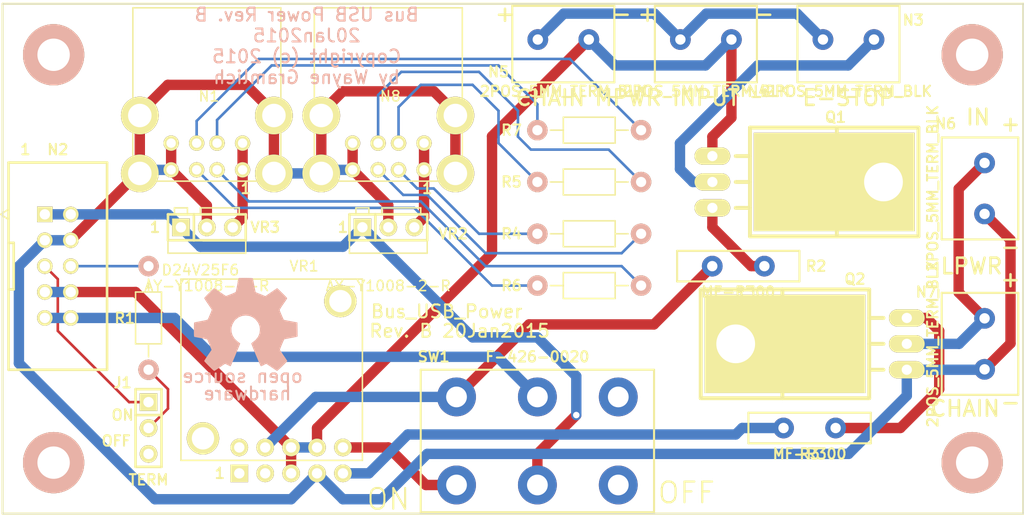
<source format=kicad_pcb>
(kicad_pcb (version 4) (host pcbnew "(2014-jul-16 BZR unknown)-product")

  (general
    (links 58)
    (no_connects 0)
    (area 90.498972 99.5172 200.101601 150.3568)
    (thickness 1.6)
    (drawings 39)
    (tracks 166)
    (zones 0)
    (modules 27)
    (nets 26)
  )

  (page A4)
  (layers
    (0 F.Cu signal)
    (31 B.Cu signal)
    (32 B.Adhes user)
    (33 F.Adhes user)
    (34 B.Paste user)
    (35 F.Paste user)
    (36 B.SilkS user)
    (37 F.SilkS user)
    (38 B.Mask user)
    (39 F.Mask user)
    (40 Dwgs.User user)
    (41 Cmts.User user)
    (42 Eco1.User user)
    (43 Eco2.User user)
    (44 Edge.Cuts user)
  )

  (setup
    (last_trace_width 0.254)
    (user_trace_width 0.254)
    (user_trace_width 1.016)
    (trace_clearance 0.254)
    (zone_clearance 0.508)
    (zone_45_only no)
    (trace_min 0.254)
    (segment_width 0.2032)
    (edge_width 0.1)
    (via_size 0.889)
    (via_drill 0.635)
    (via_min_size 0.889)
    (via_min_drill 0.508)
    (uvia_size 0.508)
    (uvia_drill 0.127)
    (uvias_allowed no)
    (uvia_min_size 0.508)
    (uvia_min_drill 0.127)
    (pcb_text_width 0.3)
    (pcb_text_size 1.5 1.5)
    (mod_edge_width 0.15)
    (mod_text_size 1 1)
    (mod_text_width 0.15)
    (pad_size 6 6)
    (pad_drill 3.175)
    (pad_to_mask_clearance 0)
    (aux_axis_origin 0 0)
    (visible_elements 7FFEFFFF)
    (pcbplotparams
      (layerselection 0x010f0_80000001)
      (usegerberextensions true)
      (excludeedgelayer true)
      (linewidth 0.100000)
      (plotframeref false)
      (viasonmask false)
      (mode 1)
      (useauxorigin false)
      (hpglpennumber 1)
      (hpglpenspeed 20)
      (hpglpendiameter 15)
      (hpglpenoverlay 2)
      (psnegative false)
      (psa4output false)
      (plotreference true)
      (plotvalue false)
      (plotinvisibletext false)
      (padsonsilk false)
      (subtractmaskfromsilk false)
      (outputformat 1)
      (mirror false)
      (drillshape 0)
      (scaleselection 1)
      (outputdirectory ""))
  )

  (net 0 "")
  (net 1 /LPWR1)
  (net 2 /LPWR3)
  (net 3 /LPWR2)
  (net 4 /LPWR4)
  (net 5 /LGND)
  (net 6 "Net-(J1-Pad2)")
  (net 7 "Net-(J1-Pad1)")
  (net 8 "Net-(N2-Pad6)")
  (net 9 /MGND)
  (net 10 /MPWR4)
  (net 11 /MPWR1)
  (net 12 /MPWR2)
  (net 13 /MPWR3)
  (net 14 /MPWR0)
  (net 15 "Net-(N8-Pad2)")
  (net 16 "Net-(N8-Pad3)")
  (net 17 "Net-(N8-Pad6)")
  (net 18 "Net-(N8-Pad7)")
  (net 19 "Net-(N1-Pad2)")
  (net 20 "Net-(N1-Pad3)")
  (net 21 "Net-(N1-Pad6)")
  (net 22 "Net-(N1-Pad7)")
  (net 23 /LPWR5)
  (net 24 /USB2_5V)
  (net 25 /USB1_5V)

  (net_class Default "This is the default net class."
    (clearance 0.254)
    (trace_width 0.254)
    (via_dia 0.889)
    (via_drill 0.635)
    (uvia_dia 0.508)
    (uvia_drill 0.127)
    (add_net "Net-(J1-Pad1)")
    (add_net "Net-(J1-Pad2)")
    (add_net "Net-(N1-Pad2)")
    (add_net "Net-(N1-Pad3)")
    (add_net "Net-(N1-Pad6)")
    (add_net "Net-(N1-Pad7)")
    (add_net "Net-(N2-Pad6)")
    (add_net "Net-(N8-Pad2)")
    (add_net "Net-(N8-Pad3)")
    (add_net "Net-(N8-Pad6)")
    (add_net "Net-(N8-Pad7)")
  )

  (net_class Power ""
    (clearance 0.254)
    (trace_width 1.016)
    (via_dia 0.889)
    (via_drill 0.635)
    (uvia_dia 0.508)
    (uvia_drill 0.127)
    (add_net /LGND)
    (add_net /LPWR1)
    (add_net /LPWR2)
    (add_net /LPWR3)
    (add_net /LPWR4)
    (add_net /LPWR5)
    (add_net /MGND)
    (add_net /MPWR0)
    (add_net /MPWR1)
    (add_net /MPWR2)
    (add_net /MPWR3)
    (add_net /MPWR4)
    (add_net /USB1_5V)
    (add_net /USB2_5V)
  )

  (module Bus_Usb_Power:OSHW_LOGO_400mil (layer B.Cu) (tedit 54B182E1) (tstamp 54B0266F)
    (at 123.825 131.445 180)
    (path /53AA4798)
    (fp_text reference G1 (at -2.6924 -0.2286 180) (layer B.SilkS) hide
      (effects (font (size 0.46228 0.46228) (thickness 0.09144)) (justify mirror))
    )
    (fp_text value OSHW_LOGO (at 0 5.38734 180) (layer B.SilkS) hide
      (effects (font (size 0.46228 0.46228) (thickness 0.09144)) (justify mirror))
    )
    (fp_poly (pts (xy -3.07848 -4.56184) (xy -3.02514 -4.53644) (xy -2.90576 -4.46024) (xy -2.73812 -4.34848)
      (xy -2.53746 -4.21386) (xy -2.3368 -4.07924) (xy -2.16916 -3.96748) (xy -2.05486 -3.89382)
      (xy -2.0066 -3.86588) (xy -1.9812 -3.87604) (xy -1.88468 -3.92176) (xy -1.74498 -3.99542)
      (xy -1.66624 -4.03606) (xy -1.5367 -4.09194) (xy -1.47574 -4.1021) (xy -1.46304 -4.08432)
      (xy -1.41732 -3.9878) (xy -1.34366 -3.82016) (xy -1.24714 -3.60172) (xy -1.13792 -3.34264)
      (xy -1.02108 -3.06578) (xy -0.9017 -2.7813) (xy -0.78994 -2.50952) (xy -0.69088 -2.26822)
      (xy -0.61214 -2.0701) (xy -0.5588 -1.93294) (xy -0.53848 -1.87198) (xy -0.5461 -1.86182)
      (xy -0.6096 -1.79832) (xy -0.72136 -1.7145) (xy -0.96012 -1.52146) (xy -1.19888 -1.22428)
      (xy -1.34366 -0.88646) (xy -1.38938 -0.51308) (xy -1.34874 -0.16764) (xy -1.21412 0.1651)
      (xy -0.98044 0.46482) (xy -0.6985 0.68834) (xy -0.37084 0.82804) (xy 0 0.87376)
      (xy 0.35306 0.83312) (xy 0.69342 0.70104) (xy 0.99314 0.47244) (xy 1.12014 0.32512)
      (xy 1.2954 0.02286) (xy 1.39446 -0.30226) (xy 1.40462 -0.38608) (xy 1.38938 -0.74168)
      (xy 1.28524 -1.08458) (xy 1.09474 -1.38938) (xy 0.83312 -1.64084) (xy 0.80264 -1.6637)
      (xy 0.68072 -1.75514) (xy 0.59944 -1.8161) (xy 0.53594 -1.86944) (xy 0.9906 -2.96164)
      (xy 1.06172 -3.1369) (xy 1.18618 -3.43408) (xy 1.29794 -3.69316) (xy 1.3843 -3.8989)
      (xy 1.44526 -4.03352) (xy 1.47066 -4.0894) (xy 1.47574 -4.09194) (xy 1.51384 -4.09956)
      (xy 1.59766 -4.06908) (xy 1.75006 -3.99542) (xy 1.85166 -3.94462) (xy 1.9685 -3.88874)
      (xy 2.0193 -3.86588) (xy 2.06248 -3.89128) (xy 2.17678 -3.9624) (xy 2.33934 -4.07162)
      (xy 2.53492 -4.2037) (xy 2.72034 -4.3307) (xy 2.89052 -4.445) (xy 3.01752 -4.52374)
      (xy 3.07594 -4.55676) (xy 3.0861 -4.55676) (xy 3.13944 -4.52628) (xy 3.2385 -4.445)
      (xy 3.38836 -4.30276) (xy 3.59918 -4.09702) (xy 3.62966 -4.064) (xy 3.80238 -3.88874)
      (xy 3.94462 -3.73888) (xy 4.0386 -3.63474) (xy 4.07162 -3.58648) (xy 4.07162 -3.58648)
      (xy 4.04114 -3.52806) (xy 3.9624 -3.4036) (xy 3.8481 -3.22834) (xy 3.71094 -3.02514)
      (xy 3.34772 -2.49936) (xy 3.54838 -2.00406) (xy 3.60934 -1.85166) (xy 3.68554 -1.66624)
      (xy 3.74396 -1.53416) (xy 3.77444 -1.47828) (xy 3.82778 -1.45796) (xy 3.9624 -1.42494)
      (xy 4.16052 -1.3843) (xy 4.3942 -1.34112) (xy 4.61772 -1.30048) (xy 4.82092 -1.26238)
      (xy 4.96824 -1.23444) (xy 5.03428 -1.2192) (xy 5.04952 -1.21158) (xy 5.06222 -1.17856)
      (xy 5.06984 -1.10998) (xy 5.07492 -0.98806) (xy 5.07746 -0.79502) (xy 5.07746 -0.51308)
      (xy 5.07746 -0.4826) (xy 5.07492 -0.2159) (xy 5.07238 -0.00254) (xy 5.06476 0.13462)
      (xy 5.0546 0.1905) (xy 5.0546 0.1905) (xy 4.9911 0.20574) (xy 4.84886 0.23622)
      (xy 4.64566 0.27686) (xy 4.40436 0.32258) (xy 4.38912 0.32512) (xy 4.15036 0.37084)
      (xy 3.94716 0.41402) (xy 3.80746 0.44704) (xy 3.7465 0.46482) (xy 3.73634 0.4826)
      (xy 3.68554 0.57404) (xy 3.61696 0.7239) (xy 3.53822 0.90678) (xy 3.45948 1.09474)
      (xy 3.3909 1.26492) (xy 3.34518 1.39192) (xy 3.33248 1.4478) (xy 3.33248 1.45034)
      (xy 3.37058 1.50876) (xy 3.45186 1.63068) (xy 3.5687 1.80594) (xy 3.7084 2.00914)
      (xy 3.7211 2.02438) (xy 3.85826 2.22758) (xy 3.97002 2.4003) (xy 4.04368 2.52222)
      (xy 4.07162 2.5781) (xy 4.07162 2.58064) (xy 4.0259 2.6416) (xy 3.92176 2.7559)
      (xy 3.77444 2.91084) (xy 3.59664 3.09118) (xy 3.54076 3.14706) (xy 3.34264 3.3401)
      (xy 3.20548 3.46456) (xy 3.11912 3.53314) (xy 3.07848 3.54838) (xy 3.07848 3.54584)
      (xy 3.01752 3.51028) (xy 2.88798 3.42646) (xy 2.71526 3.30708) (xy 2.50952 3.16738)
      (xy 2.49428 3.15722) (xy 2.29108 3.02006) (xy 2.1209 2.90576) (xy 2.00152 2.82702)
      (xy 1.94818 2.794) (xy 1.94056 2.794) (xy 1.85674 2.8194) (xy 1.71196 2.8702)
      (xy 1.53416 2.93878) (xy 1.3462 3.01244) (xy 1.17602 3.0861) (xy 1.04902 3.14452)
      (xy 0.98806 3.17754) (xy 0.98552 3.18262) (xy 0.9652 3.25374) (xy 0.92964 3.40614)
      (xy 0.88646 3.61442) (xy 0.84074 3.86334) (xy 0.83312 3.90398) (xy 0.7874 4.14528)
      (xy 0.74676 4.34594) (xy 0.71882 4.4831) (xy 0.70612 4.54152) (xy 0.67056 4.54914)
      (xy 0.55118 4.55676) (xy 0.37084 4.56184) (xy 0.1524 4.56438) (xy -0.0762 4.56184)
      (xy -0.30226 4.5593) (xy -0.49276 4.55168) (xy -0.62992 4.54152) (xy -0.68834 4.53136)
      (xy -0.68834 4.52628) (xy -0.7112 4.45262) (xy -0.74422 4.30022) (xy -0.7874 4.0894)
      (xy -0.83312 3.84048) (xy -0.84328 3.7973) (xy -0.889 3.556) (xy -0.92964 3.35788)
      (xy -0.95758 3.22072) (xy -0.97282 3.16738) (xy -0.99568 3.15468) (xy -1.09474 3.1115)
      (xy -1.2573 3.04546) (xy -1.45796 2.96418) (xy -1.92278 2.77622) (xy -2.49174 3.16738)
      (xy -2.54508 3.20294) (xy -2.75082 3.34264) (xy -2.91846 3.4544) (xy -3.0353 3.5306)
      (xy -3.08356 3.55854) (xy -3.08864 3.556) (xy -3.14452 3.5052) (xy -3.25882 3.39852)
      (xy -3.41122 3.24866) (xy -3.59156 3.07086) (xy -3.72364 2.93878) (xy -3.88112 2.77876)
      (xy -3.98018 2.66954) (xy -4.03606 2.60096) (xy -4.05384 2.56032) (xy -4.0513 2.53238)
      (xy -4.0132 2.47396) (xy -3.92938 2.34696) (xy -3.81254 2.17424) (xy -3.67284 1.97358)
      (xy -3.55854 1.80594) (xy -3.43408 1.6129) (xy -3.35534 1.47574) (xy -3.3274 1.4097)
      (xy -3.33502 1.38176) (xy -3.37312 1.27) (xy -3.4417 1.10236) (xy -3.52806 0.9017)
      (xy -3.72618 0.44958) (xy -4.02082 0.3937) (xy -4.20116 0.35814) (xy -4.45008 0.30988)
      (xy -4.69138 0.26416) (xy -5.06476 0.1905) (xy -5.08 -1.18618) (xy -5.02158 -1.20904)
      (xy -4.9657 -1.22428) (xy -4.826 -1.25476) (xy -4.62788 -1.2954) (xy -4.3942 -1.33858)
      (xy -4.19608 -1.37668) (xy -3.99542 -1.41478) (xy -3.85064 -1.44272) (xy -3.78714 -1.45542)
      (xy -3.7719 -1.47828) (xy -3.7211 -1.5748) (xy -3.64998 -1.72974) (xy -3.5687 -1.91516)
      (xy -3.48996 -2.1082) (xy -3.41884 -2.286) (xy -3.37058 -2.42062) (xy -3.35026 -2.49174)
      (xy -3.3782 -2.54508) (xy -3.4544 -2.66192) (xy -3.56616 -2.82956) (xy -3.70078 -3.03022)
      (xy -3.83794 -3.22834) (xy -3.95224 -3.39852) (xy -4.03352 -3.52298) (xy -4.06654 -3.57886)
      (xy -4.0513 -3.61696) (xy -3.97002 -3.71348) (xy -3.82016 -3.86842) (xy -3.59664 -4.0894)
      (xy -3.55854 -4.12496) (xy -3.38074 -4.29768) (xy -3.23088 -4.43484) (xy -3.12674 -4.52882)
      (xy -3.07848 -4.56184)) (layer B.SilkS) (width 0.00254))
  )

  (module Bus_Usb_Power:MountingHole_3mm (layer F.Cu) (tedit 53A7A920) (tstamp 54B02672)
    (at 105 105)
    (descr "Mounting hole, Befestigungsbohrung, 3mm, No Annular, Kein Restring,")
    (tags "Mounting hole, Befestigungsbohrung, 3mm, No Annular, Kein Restring,")
    (path /53AA33AA)
    (fp_text reference H1 (at 0 0) (layer F.SilkS)
      (effects (font (size 1.016 1.016) (thickness 0.2032)))
    )
    (fp_text value 3MM_HOLE (at 0 4.29) (layer F.SilkS) hide
      (effects (font (size 1.016 1.016) (thickness 0.2032)))
    )
    (fp_circle (center 0 0) (end 3 0) (layer Cmts.User) (width 0.381))
    (pad 1 thru_hole circle (at 0 0) (size 6 6) (drill 3.175) (layers *.Cu *.SilkS))
  )

  (module Bus_Usb_Power:MountingHole_3mm (layer F.Cu) (tedit 53A7A920) (tstamp 54B02676)
    (at 195 105)
    (descr "Mounting hole, Befestigungsbohrung, 3mm, No Annular, Kein Restring,")
    (tags "Mounting hole, Befestigungsbohrung, 3mm, No Annular, Kein Restring,")
    (path /53E91440)
    (fp_text reference H2 (at 0 0) (layer F.SilkS)
      (effects (font (size 1.016 1.016) (thickness 0.2032)))
    )
    (fp_text value 3MM_HOLE (at 0 4.29) (layer F.SilkS) hide
      (effects (font (size 1.016 1.016) (thickness 0.2032)))
    )
    (fp_circle (center 0 0) (end 3 0) (layer Cmts.User) (width 0.381))
    (pad 1 thru_hole circle (at 0 0) (size 6 6) (drill 3.175) (layers *.Cu *.SilkS))
  )

  (module Bus_Usb_Power:MountingHole_3mm (layer F.Cu) (tedit 53A7A920) (tstamp 54B0267A)
    (at 105 145)
    (descr "Mounting hole, Befestigungsbohrung, 3mm, No Annular, Kein Restring,")
    (tags "Mounting hole, Befestigungsbohrung, 3mm, No Annular, Kein Restring,")
    (path /53E914C5)
    (fp_text reference H3 (at 0 0) (layer F.SilkS)
      (effects (font (size 1.016 1.016) (thickness 0.2032)))
    )
    (fp_text value 3MM_HOLE (at 0 4.29) (layer F.SilkS) hide
      (effects (font (size 1.016 1.016) (thickness 0.2032)))
    )
    (fp_circle (center 0 0) (end 3 0) (layer Cmts.User) (width 0.381))
    (pad 1 thru_hole circle (at 0 0) (size 6 6) (drill 3.175) (layers *.Cu *.SilkS))
  )

  (module Bus_Usb_Power:MountingHole_3mm (layer F.Cu) (tedit 53A7A920) (tstamp 54B0267E)
    (at 195 145)
    (descr "Mounting hole, Befestigungsbohrung, 3mm, No Annular, Kein Restring,")
    (tags "Mounting hole, Befestigungsbohrung, 3mm, No Annular, Kein Restring,")
    (path /53E91517)
    (fp_text reference H4 (at 0 0) (layer F.SilkS)
      (effects (font (size 1.016 1.016) (thickness 0.2032)))
    )
    (fp_text value 3MM_HOLE (at 0 4.29) (layer F.SilkS) hide
      (effects (font (size 1.016 1.016) (thickness 0.2032)))
    )
    (fp_circle (center 0 0) (end 3 0) (layer Cmts.User) (width 0.381))
    (pad 1 thru_hole circle (at 0 0) (size 6 6) (drill 3.175) (layers *.Cu *.SilkS))
  )

  (module Bus_Usb_Power:Pin_Header_Straight_1x03 (layer F.Cu) (tedit 54B184DD) (tstamp 54B02682)
    (at 114.3 141.605 270)
    (descr "1 pin")
    (tags "CONN DEV")
    (path /53E8D609)
    (fp_text reference J1 (at -4.445 2.54 360) (layer F.SilkS)
      (effects (font (size 1.016 1.016) (thickness 0.2032)))
    )
    (fp_text value TERMINATE_JUMPER (at -0.01 2.45 270) (layer F.SilkS) hide
      (effects (font (size 1.016 1.016) (thickness 0.2032)))
    )
    (fp_line (start -1.27 1.27) (end 3.81 1.27) (layer F.SilkS) (width 0.254))
    (fp_line (start 3.81 1.27) (end 3.81 -1.27) (layer F.SilkS) (width 0.254))
    (fp_line (start 3.81 -1.27) (end -1.27 -1.27) (layer F.SilkS) (width 0.254))
    (fp_line (start -3.81 -1.27) (end -1.27 -1.27) (layer F.SilkS) (width 0.254))
    (fp_line (start -1.27 -1.27) (end -1.27 1.27) (layer F.SilkS) (width 0.254))
    (fp_line (start -3.81 -1.27) (end -3.81 1.27) (layer F.SilkS) (width 0.254))
    (fp_line (start -3.81 1.27) (end -1.27 1.27) (layer F.SilkS) (width 0.254))
    (pad 1 thru_hole rect (at -2.54 0 270) (size 1.7272 1.7272) (drill 1.016) (layers *.Cu *.Mask F.SilkS)
      (net 7 "Net-(J1-Pad1)"))
    (pad 2 thru_hole circle (at 0 0 270) (size 1.7272 1.7272) (drill 1.016) (layers *.Cu *.Mask F.SilkS)
      (net 6 "Net-(J1-Pad2)"))
    (pad 3 thru_hole circle (at 2.54 0 270) (size 1.7272 1.7272) (drill 1.016) (layers *.Cu *.Mask F.SilkS))
    (model Pin_Headers/Pin_Header_Straight_1x03.wrl
      (at (xyz 0 0 0))
      (scale (xyz 1 1 1))
      (rotate (xyz 0 0 0))
    )
  )

  (module Bus_Usb_Power:Pin_Header_Straight_2x05_Shrouded (layer F.Cu) (tedit 54B18481) (tstamp 54B02688)
    (at 105.41 125.73 270)
    (descr "Male 2x5 Header 2.54mm pitch")
    (tags CONN)
    (path /53E91E68)
    (fp_text reference N2 (at -11.43 0 540) (layer F.SilkS)
      (effects (font (size 1.016 1.016) (thickness 0.2032)))
    )
    (fp_text value BUS_MASTER_HEADER (at 0 6.5 270) (layer F.SilkS) hide
      (effects (font (size 1.016 1.016) (thickness 0.2032)))
    )
    (fp_line (start -5.08 5.588) (end -5.588 4.826) (layer F.SilkS) (width 0.15))
    (fp_line (start -5.08 5.588) (end -4.572 4.826) (layer F.SilkS) (width 0.15))
    (fp_line (start 2.286 4.826) (end 2.286 4.318) (layer F.SilkS) (width 0.254))
    (fp_line (start 2.286 4.318) (end -2.286 4.318) (layer F.SilkS) (width 0.254))
    (fp_line (start -2.286 4.318) (end -2.286 4.826) (layer F.SilkS) (width 0.254))
    (fp_line (start -10.16 -4.826) (end 10.16 -4.826) (layer F.SilkS) (width 0.254))
    (fp_line (start 10.16 -4.826) (end 10.16 4.826) (layer F.SilkS) (width 0.254))
    (fp_line (start 10.16 4.826) (end -10.16 4.826) (layer F.SilkS) (width 0.254))
    (fp_line (start -10.16 4.826) (end -10.16 -4.826) (layer F.SilkS) (width 0.254))
    (pad 1 thru_hole rect (at -5.08 1.27 270) (size 1.524 1.524) (drill 1.016) (layers *.Cu *.Mask F.SilkS)
      (net 23 /LPWR5))
    (pad 2 thru_hole circle (at -5.08 -1.27 270) (size 1.524 1.524) (drill 1.016) (layers *.Cu *.Mask F.SilkS)
      (net 23 /LPWR5))
    (pad 3 thru_hole circle (at -2.54 1.27 270) (size 1.524 1.524) (drill 1.016) (layers *.Cu *.Mask F.SilkS)
      (net 5 /LGND))
    (pad 4 thru_hole circle (at -2.54 -1.27 270) (size 1.524 1.524) (drill 1.016) (layers *.Cu *.Mask F.SilkS)
      (net 5 /LGND))
    (pad 5 thru_hole circle (at 0 1.27 270) (size 1.524 1.524) (drill 1.016) (layers *.Cu *.Mask F.SilkS)
      (net 7 "Net-(J1-Pad1)"))
    (pad 6 thru_hole circle (at 0 -1.27 270) (size 1.524 1.524) (drill 1.016) (layers *.Cu *.Mask F.SilkS)
      (net 8 "Net-(N2-Pad6)"))
    (pad 7 thru_hole circle (at 2.54 1.27 270) (size 1.524 1.524) (drill 1.016) (layers *.Cu *.Mask F.SilkS)
      (net 9 /MGND))
    (pad 8 thru_hole circle (at 2.54 -1.27 270) (size 1.524 1.524) (drill 1.016) (layers *.Cu *.Mask F.SilkS)
      (net 9 /MGND))
    (pad 9 thru_hole circle (at 5.08 1.27 270) (size 1.524 1.524) (drill 1.016) (layers *.Cu *.Mask F.SilkS)
      (net 10 /MPWR4))
    (pad 10 thru_hole circle (at 5.08 -1.27 270) (size 1.524 1.524) (drill 1.016) (layers *.Cu *.Mask F.SilkS)
      (net 10 /MPWR4))
    (model pin_array/pins_array_5x2.wrl
      (at (xyz 0 0 0))
      (scale (xyz 1 1 1))
      (rotate (xyz 0 0 0))
    )
  )

  (module Bus_Usb_Power:5MM_TERMINAL_BLOCK_2_POS (layer F.Cu) (tedit 54B18566) (tstamp 54B02695)
    (at 182.88 103.505 180)
    (path /53B7CA66)
    (fp_text reference N3 (at -6.35 1.905 180) (layer F.SilkS)
      (effects (font (size 1.016 1.016) (thickness 0.2032)))
    )
    (fp_text value 2POS_5MM_TERM_BLK (at 0 -5.08 180) (layer F.SilkS)
      (effects (font (size 1.016 1.016) (thickness 0.2032)))
    )
    (fp_line (start -5 -4.2) (end -5 3.3) (layer F.SilkS) (width 0.2032))
    (fp_line (start -5 3.3) (end 5 3.3) (layer F.SilkS) (width 0.2032))
    (fp_line (start 5 3.3) (end 5 -4.2) (layer F.SilkS) (width 0.2032))
    (fp_line (start 5 -4.2) (end -5 -4.2) (layer F.SilkS) (width 0.2032))
    (pad 1 thru_hole circle (at -2.5 0 180) (size 2.032 2.032) (drill 1.016) (layers *.Cu *.Mask)
      (net 11 /MPWR1))
    (pad 2 thru_hole circle (at 2.5 0 180) (size 2.032 2.032) (drill 1.016) (layers *.Cu *.Mask)
      (net 14 /MPWR0))
  )

  (module Bus_Usb_Power:5MM_TERMINAL_BLOCK_2_POS (layer F.Cu) (tedit 54B18561) (tstamp 54B0269A)
    (at 168.91 103.505 180)
    (path /53B61F22)
    (fp_text reference N4 (at -5.08 -5.08 180) (layer F.SilkS)
      (effects (font (size 1.016 1.016) (thickness 0.2032)))
    )
    (fp_text value 2POS_5MM_TERM_BLK (at 0 -5.08 180) (layer F.SilkS)
      (effects (font (size 1.016 1.016) (thickness 0.2032)))
    )
    (fp_line (start -5 -4.2) (end -5 3.3) (layer F.SilkS) (width 0.2032))
    (fp_line (start -5 3.3) (end 5 3.3) (layer F.SilkS) (width 0.2032))
    (fp_line (start 5 3.3) (end 5 -4.2) (layer F.SilkS) (width 0.2032))
    (fp_line (start 5 -4.2) (end -5 -4.2) (layer F.SilkS) (width 0.2032))
    (pad 1 thru_hole circle (at -2.5 0 180) (size 2.032 2.032) (drill 1.016) (layers *.Cu *.Mask)
      (net 9 /MGND))
    (pad 2 thru_hole circle (at 2.5 0 180) (size 2.032 2.032) (drill 1.016) (layers *.Cu *.Mask)
      (net 14 /MPWR0))
  )

  (module Bus_Usb_Power:5MM_TERMINAL_BLOCK_2_POS (layer F.Cu) (tedit 54B183CD) (tstamp 54B0269F)
    (at 154.94 103.505 180)
    (path /53B63175)
    (fp_text reference N5 (at 6.35 -3.175 180) (layer F.SilkS)
      (effects (font (size 1.016 1.016) (thickness 0.2032)))
    )
    (fp_text value 2POS_5MM_TERM_BLK (at 0 -5.08 180) (layer F.SilkS)
      (effects (font (size 1.016 1.016) (thickness 0.2032)))
    )
    (fp_line (start -5 -4.2) (end -5 3.3) (layer F.SilkS) (width 0.2032))
    (fp_line (start -5 3.3) (end 5 3.3) (layer F.SilkS) (width 0.2032))
    (fp_line (start 5 3.3) (end 5 -4.2) (layer F.SilkS) (width 0.2032))
    (fp_line (start 5 -4.2) (end -5 -4.2) (layer F.SilkS) (width 0.2032))
    (pad 1 thru_hole circle (at -2.5 0 180) (size 2.032 2.032) (drill 1.016) (layers *.Cu *.Mask)
      (net 9 /MGND))
    (pad 2 thru_hole circle (at 2.5 0 180) (size 2.032 2.032) (drill 1.016) (layers *.Cu *.Mask)
      (net 14 /MPWR0))
  )

  (module Bus_Usb_Power:5MM_TERMINAL_BLOCK_2_POS (layer F.Cu) (tedit 54B18551) (tstamp 54B026A4)
    (at 196.215 118.11 90)
    (path /53B64AE0)
    (fp_text reference N6 (at 6.35 -3.81 180) (layer F.SilkS)
      (effects (font (size 1.016 1.016) (thickness 0.2032)))
    )
    (fp_text value 2POS_5MM_TERM_BLK (at 0 -5.08 90) (layer F.SilkS)
      (effects (font (size 1.016 1.016) (thickness 0.2032)))
    )
    (fp_line (start -5 -4.2) (end -5 3.3) (layer F.SilkS) (width 0.2032))
    (fp_line (start -5 3.3) (end 5 3.3) (layer F.SilkS) (width 0.2032))
    (fp_line (start 5 3.3) (end 5 -4.2) (layer F.SilkS) (width 0.2032))
    (fp_line (start 5 -4.2) (end -5 -4.2) (layer F.SilkS) (width 0.2032))
    (pad 1 thru_hole circle (at -2.5 0 90) (size 2.032 2.032) (drill 1.016) (layers *.Cu *.Mask)
      (net 5 /LGND))
    (pad 2 thru_hole circle (at 2.5 0 90) (size 2.032 2.032) (drill 1.016) (layers *.Cu *.Mask)
      (net 1 /LPWR1))
  )

  (module Bus_Usb_Power:5MM_TERMINAL_BLOCK_2_POS (layer F.Cu) (tedit 54B18557) (tstamp 54B026A9)
    (at 196.215 133.35 90)
    (path /53B64AE6)
    (fp_text reference N7 (at 5.08 -5.715 180) (layer F.SilkS)
      (effects (font (size 1.016 1.016) (thickness 0.2032)))
    )
    (fp_text value 2POS_5MM_TERM_BLK (at 0 -5.08 90) (layer F.SilkS)
      (effects (font (size 1.016 1.016) (thickness 0.2032)))
    )
    (fp_line (start -5 -4.2) (end -5 3.3) (layer F.SilkS) (width 0.2032))
    (fp_line (start -5 3.3) (end 5 3.3) (layer F.SilkS) (width 0.2032))
    (fp_line (start 5 3.3) (end 5 -4.2) (layer F.SilkS) (width 0.2032))
    (fp_line (start 5 -4.2) (end -5 -4.2) (layer F.SilkS) (width 0.2032))
    (pad 1 thru_hole circle (at -2.5 0 90) (size 2.032 2.032) (drill 1.016) (layers *.Cu *.Mask)
      (net 5 /LGND))
    (pad 2 thru_hole circle (at 2.5 0 90) (size 2.032 2.032) (drill 1.016) (layers *.Cu *.Mask)
      (net 1 /LPWR1))
  )

  (module Bus_Usb_Power:TO-220_FET-GDS_Horizontal_LargePads (layer F.Cu) (tedit 54B183AB) (tstamp 54B026AE)
    (at 169.545 117.475 270)
    (descr "TO-220, FET-GDS, Horizontal, Large Pads,")
    (tags "TO-220, FET-GDS, Horizontal, Large Pads,")
    (path /53B62FC0)
    (fp_text reference Q1 (at -6.35 -12.065 360) (layer F.SilkS)
      (effects (font (size 1.016 1.016) (thickness 0.2032)))
    )
    (fp_text value FQP47P06 (at 0 3.175 270) (layer F.SilkS) hide
      (effects (font (size 1.016 1.016) (thickness 0.2032)))
    )
    (fp_text user G (at -2.54 -5.08 270) (layer F.SilkS)
      (effects (font (size 1.00076 1.00076) (thickness 0.25146)))
    )
    (fp_text user S (at 2.54 -5.08 270) (layer F.SilkS)
      (effects (font (size 1.00076 1.00076) (thickness 0.25146)))
    )
    (fp_text user D (at 0 -5.08 270) (layer F.SilkS)
      (effects (font (size 1.00076 1.00076) (thickness 0.25146)))
    )
    (fp_line (start -2.54 -3.683) (end -2.54 -2.286) (layer F.SilkS) (width 0.381))
    (fp_line (start 0 -3.683) (end 0 -2.286) (layer F.SilkS) (width 0.381))
    (fp_line (start 2.54 -3.683) (end 2.54 -2.286) (layer F.SilkS) (width 0.381))
    (fp_circle (center 0 -16.764) (end 1.778 -14.986) (layer F.SilkS) (width 0.381))
    (fp_line (start 5.334 -12.192) (end 5.334 -20.193) (layer F.SilkS) (width 0.381))
    (fp_line (start 5.334 -20.193) (end -5.334 -20.193) (layer F.SilkS) (width 0.381))
    (fp_line (start -5.334 -20.193) (end -5.334 -12.192) (layer F.SilkS) (width 0.381))
    (fp_line (start 5.334 -3.683) (end 5.334 -12.192) (layer F.SilkS) (width 0.381))
    (fp_line (start 5.334 -12.192) (end -5.334 -12.192) (layer F.SilkS) (width 0.381))
    (fp_line (start -5.334 -12.192) (end -5.334 -3.683) (layer F.SilkS) (width 0.381))
    (fp_line (start 0 -3.683) (end -5.334 -3.683) (layer F.SilkS) (width 0.381))
    (fp_line (start 0 -3.683) (end 5.334 -3.683) (layer F.SilkS) (width 0.381))
    (pad D thru_hole oval (at 0 0) (size 3.50012 1.69926) (drill 1.00076) (layers *.Cu *.Mask F.SilkS)
      (net 11 /MPWR1))
    (pad G thru_hole oval (at -2.54 0) (size 3.50012 1.69926) (drill 1.00076) (layers *.Cu *.Mask F.SilkS)
      (net 9 /MGND))
    (pad S thru_hole oval (at 2.54 0) (size 3.50012 1.69926) (drill 1.00076) (layers *.Cu *.Mask F.SilkS)
      (net 12 /MPWR2))
    (pad 2 thru_hole rect (at 0 -16.764) (size 15.748 9.652) (drill 3.79984 (offset -4.826 0)) (layers *.Cu F.SilkS F.Mask))
    (model Transistor_TO-220_Wings3d_RevB_03Sep2012/TO220-vert_RevB_Faktor03937_03Sep2012.wrl
      (at (xyz 0 0 0))
      (scale (xyz 0.3937 0.3937 0.3937))
      (rotate (xyz 0 0 0))
    )
  )

  (module Bus_Usb_Power:TO-220_FET-GDS_Horizontal_LargePads (layer F.Cu) (tedit 54B183C8) (tstamp 54B026B5)
    (at 188.595 133.35 90)
    (descr "TO-220, FET-GDS, Horizontal, Large Pads,")
    (tags "TO-220, FET-GDS, Horizontal, Large Pads,")
    (path /53B6538A)
    (fp_text reference Q2 (at 6.35 -5.08 180) (layer F.SilkS)
      (effects (font (size 1.016 1.016) (thickness 0.2032)))
    )
    (fp_text value FQP47P06 (at 0 3.175 90) (layer F.SilkS) hide
      (effects (font (size 1.016 1.016) (thickness 0.2032)))
    )
    (fp_text user G (at -2.54 -5.08 90) (layer F.SilkS)
      (effects (font (size 1.00076 1.00076) (thickness 0.25146)))
    )
    (fp_text user S (at 2.54 -5.08 90) (layer F.SilkS)
      (effects (font (size 1.00076 1.00076) (thickness 0.25146)))
    )
    (fp_text user D (at 0 -5.08 90) (layer F.SilkS)
      (effects (font (size 1.00076 1.00076) (thickness 0.25146)))
    )
    (fp_line (start -2.54 -3.683) (end -2.54 -2.286) (layer F.SilkS) (width 0.381))
    (fp_line (start 0 -3.683) (end 0 -2.286) (layer F.SilkS) (width 0.381))
    (fp_line (start 2.54 -3.683) (end 2.54 -2.286) (layer F.SilkS) (width 0.381))
    (fp_circle (center 0 -16.764) (end 1.778 -14.986) (layer F.SilkS) (width 0.381))
    (fp_line (start 5.334 -12.192) (end 5.334 -20.193) (layer F.SilkS) (width 0.381))
    (fp_line (start 5.334 -20.193) (end -5.334 -20.193) (layer F.SilkS) (width 0.381))
    (fp_line (start -5.334 -20.193) (end -5.334 -12.192) (layer F.SilkS) (width 0.381))
    (fp_line (start 5.334 -3.683) (end 5.334 -12.192) (layer F.SilkS) (width 0.381))
    (fp_line (start 5.334 -12.192) (end -5.334 -12.192) (layer F.SilkS) (width 0.381))
    (fp_line (start -5.334 -12.192) (end -5.334 -3.683) (layer F.SilkS) (width 0.381))
    (fp_line (start 0 -3.683) (end -5.334 -3.683) (layer F.SilkS) (width 0.381))
    (fp_line (start 0 -3.683) (end 5.334 -3.683) (layer F.SilkS) (width 0.381))
    (pad D thru_hole oval (at 0 0 180) (size 3.50012 1.69926) (drill 1.00076) (layers *.Cu *.Mask F.SilkS)
      (net 1 /LPWR1))
    (pad G thru_hole oval (at -2.54 0 180) (size 3.50012 1.69926) (drill 1.00076) (layers *.Cu *.Mask F.SilkS)
      (net 5 /LGND))
    (pad S thru_hole oval (at 2.54 0 180) (size 3.50012 1.69926) (drill 1.00076) (layers *.Cu *.Mask F.SilkS)
      (net 3 /LPWR2))
    (pad 2 thru_hole rect (at 0 -16.764 180) (size 15.748 9.652) (drill 3.79984 (offset -4.826 0)) (layers *.Cu F.SilkS F.Mask))
    (model Transistor_TO-220_Wings3d_RevB_03Sep2012/TO220-vert_RevB_Faktor03937_03Sep2012.wrl
      (at (xyz 0 0 0))
      (scale (xyz 0.3937 0.3937 0.3937))
      (rotate (xyz 0 0 0))
    )
  )

  (module Bus_Usb_Power:Resistor_Horizontal_400 (layer F.Cu) (tedit 54B1849F) (tstamp 54B026BC)
    (at 114.3 130.81 90)
    (descr "Resistor, Axial,  RM 10mm, 1/3W,")
    (tags "Resistor, Axial, RM 10mm, 1/3W,")
    (path /53E8E9A7)
    (fp_text reference R1 (at -0.03 -2.33 180) (layer F.SilkS)
      (effects (font (size 1.016 1.016) (thickness 0.2032)))
    )
    (fp_text value "120 1%" (at -0.02 2.47 90) (layer F.SilkS) hide
      (effects (font (size 1.016 1.016) (thickness 0.2032)))
    )
    (fp_line (start 2.54 0) (end 3.81 0) (layer F.SilkS) (width 0.15))
    (fp_line (start -2.54 0) (end -3.81 0) (layer F.SilkS) (width 0.15))
    (fp_line (start -2.54 -1.27) (end -2.54 1.27) (layer F.SilkS) (width 0.15))
    (fp_line (start -2.54 1.27) (end 2.54 1.27) (layer F.SilkS) (width 0.15))
    (fp_line (start 2.54 1.27) (end 2.54 -1.27) (layer F.SilkS) (width 0.15))
    (fp_line (start 2.54 -1.27) (end -2.54 -1.27) (layer F.SilkS) (width 0.15))
    (pad 1 thru_hole circle (at -5.08 0 90) (size 1.99898 1.99898) (drill 1.00076) (layers *.Cu *.SilkS *.Mask)
      (net 6 "Net-(J1-Pad2)"))
    (pad 2 thru_hole circle (at 5.08 0 90) (size 1.99898 1.99898) (drill 1.00076) (layers *.Cu *.SilkS *.Mask)
      (net 8 "Net-(N2-Pad6)"))
  )

  (module Bus_Usb_Power:MF_R300 (layer F.Cu) (tedit 54B183C5) (tstamp 54B026C1)
    (at 172.085 125.73 180)
    (path /53B63849)
    (fp_text reference R2 (at -7.62 0 180) (layer F.SilkS)
      (effects (font (size 1.016 1.016) (thickness 0.2032)))
    )
    (fp_text value MF-R300 (at 0 -2.54 180) (layer F.SilkS)
      (effects (font (size 1.016 1.016) (thickness 0.2032)))
    )
    (fp_line (start -5.9944 1.4986) (end 5.9944 1.4986) (layer F.SilkS) (width 0.2032))
    (fp_line (start 5.9944 1.4986) (end 5.9944 -1.4986) (layer F.SilkS) (width 0.2032))
    (fp_line (start 5.9944 -1.4986) (end -5.9944 -1.4986) (layer F.SilkS) (width 0.2032))
    (fp_line (start -5.9944 -1.4986) (end -5.9944 1.4986) (layer F.SilkS) (width 0.2032))
    (pad 1 thru_hole circle (at -2.5527 0 180) (size 2.032 2.032) (drill 1.016) (layers *.Cu *.Mask)
      (net 12 /MPWR2))
    (pad 2 thru_hole circle (at 2.5527 0 180) (size 2.032 2.032) (drill 1.016) (layers *.Cu *.Mask)
      (net 13 /MPWR3))
  )

  (module Bus_Usb_Power:MF_R300 (layer F.Cu) (tedit 54B183C0) (tstamp 54B026C6)
    (at 179.07 141.605 180)
    (path /53B7AD27)
    (fp_text reference R3 (at 0 -2.54 180) (layer F.SilkS)
      (effects (font (size 1.016 1.016) (thickness 0.2032)))
    )
    (fp_text value MF-R300 (at 0 -2.54 180) (layer F.SilkS)
      (effects (font (size 1.016 1.016) (thickness 0.2032)))
    )
    (fp_line (start -5.9944 1.4986) (end 5.9944 1.4986) (layer F.SilkS) (width 0.2032))
    (fp_line (start 5.9944 1.4986) (end 5.9944 -1.4986) (layer F.SilkS) (width 0.2032))
    (fp_line (start 5.9944 -1.4986) (end -5.9944 -1.4986) (layer F.SilkS) (width 0.2032))
    (fp_line (start -5.9944 -1.4986) (end -5.9944 1.4986) (layer F.SilkS) (width 0.2032))
    (pad 1 thru_hole circle (at -2.5527 0 180) (size 2.032 2.032) (drill 1.016) (layers *.Cu *.Mask)
      (net 3 /LPWR2))
    (pad 2 thru_hole circle (at 2.5527 0 180) (size 2.032 2.032) (drill 1.016) (layers *.Cu *.Mask)
      (net 2 /LPWR3))
  )

  (module Bus_Usb_Power:GF_426_0020 (layer F.Cu) (tedit 54B16C9A) (tstamp 54B026CB)
    (at 152.4 142.875)
    (path /53B6452D)
    (fp_text reference SW1 (at -10.16 -8.255) (layer F.SilkS)
      (effects (font (size 1.016 1.016) (thickness 0.2032)))
    )
    (fp_text value F-426-0020 (at 0 -8.255) (layer F.SilkS)
      (effects (font (size 1.016 1.016) (thickness 0.2032)))
    )
    (fp_line (start -11.43 -6.985) (end -11.43 6.985) (layer F.SilkS) (width 0.2032))
    (fp_line (start -11.43 6.985) (end 11.43 6.985) (layer F.SilkS) (width 0.2032))
    (fp_line (start 11.43 6.985) (end 11.43 -6.985) (layer F.SilkS) (width 0.2032))
    (fp_line (start 11.43 -6.985) (end -11.43 -6.985) (layer F.SilkS) (width 0.2032))
    (pad 5 thru_hole circle (at 0 4.318) (size 3.81 3.81) (drill 2.032) (layers *.Cu *.Mask)
      (net 23 /LPWR5))
    (pad 2 thru_hole circle (at 0 -4.318) (size 3.81 3.81) (drill 2.032) (layers *.Cu *.Mask)
      (net 10 /MPWR4))
    (pad 6 thru_hole circle (at 7.9248 4.318) (size 3.81 3.81) (drill 2.032) (layers *.Cu *.Mask))
    (pad 1 thru_hole circle (at -7.9248 -4.318) (size 3.81 3.81) (drill 2.032) (layers *.Cu *.Mask)
      (net 13 /MPWR3))
    (pad 3 thru_hole circle (at 7.9248 -4.318) (size 3.81 3.81) (drill 2.032) (layers *.Cu *.Mask))
    (pad 4 thru_hole circle (at -7.9248 4.318) (size 3.81 3.81) (drill 2.032) (layers *.Cu *.Mask)
      (net 4 /LPWR4))
  )

  (module Bus_Usb_Power:Resistor_Horizontal_400 (layer F.Cu) (tedit 54B183A5) (tstamp 54B14937)
    (at 157.48 122.555)
    (descr "Resistor, Axial,  RM 10mm, 1/3W,")
    (tags "Resistor, Axial, RM 10mm, 1/3W,")
    (path /54B0C35A)
    (fp_text reference R4 (at -7.62 0) (layer F.SilkS)
      (effects (font (size 1.016 1.016) (thickness 0.2032)))
    )
    (fp_text value 200 (at -0.02 2.47) (layer F.SilkS) hide
      (effects (font (size 1.016 1.016) (thickness 0.2032)))
    )
    (fp_line (start 2.54 0) (end 3.81 0) (layer F.SilkS) (width 0.15))
    (fp_line (start -2.54 0) (end -3.81 0) (layer F.SilkS) (width 0.15))
    (fp_line (start -2.54 -1.27) (end -2.54 1.27) (layer F.SilkS) (width 0.15))
    (fp_line (start -2.54 1.27) (end 2.54 1.27) (layer F.SilkS) (width 0.15))
    (fp_line (start 2.54 1.27) (end 2.54 -1.27) (layer F.SilkS) (width 0.15))
    (fp_line (start 2.54 -1.27) (end -2.54 -1.27) (layer F.SilkS) (width 0.15))
    (pad 1 thru_hole circle (at -5.08 0) (size 1.99898 1.99898) (drill 1.00076) (layers *.Cu *.SilkS *.Mask)
      (net 15 "Net-(N8-Pad2)"))
    (pad 2 thru_hole circle (at 5.08 0) (size 1.99898 1.99898) (drill 1.00076) (layers *.Cu *.SilkS *.Mask)
      (net 16 "Net-(N8-Pad3)"))
  )

  (module Bus_Usb_Power:Resistor_Horizontal_400 (layer F.Cu) (tedit 54B183A0) (tstamp 54B1493D)
    (at 157.48 117.475)
    (descr "Resistor, Axial,  RM 10mm, 1/3W,")
    (tags "Resistor, Axial, RM 10mm, 1/3W,")
    (path /54B0C806)
    (fp_text reference R5 (at -7.62 0) (layer F.SilkS)
      (effects (font (size 1.016 1.016) (thickness 0.2032)))
    )
    (fp_text value 200 (at -0.02 2.47) (layer F.SilkS) hide
      (effects (font (size 1.016 1.016) (thickness 0.2032)))
    )
    (fp_line (start 2.54 0) (end 3.81 0) (layer F.SilkS) (width 0.15))
    (fp_line (start -2.54 0) (end -3.81 0) (layer F.SilkS) (width 0.15))
    (fp_line (start -2.54 -1.27) (end -2.54 1.27) (layer F.SilkS) (width 0.15))
    (fp_line (start -2.54 1.27) (end 2.54 1.27) (layer F.SilkS) (width 0.15))
    (fp_line (start 2.54 1.27) (end 2.54 -1.27) (layer F.SilkS) (width 0.15))
    (fp_line (start 2.54 -1.27) (end -2.54 -1.27) (layer F.SilkS) (width 0.15))
    (pad 1 thru_hole circle (at -5.08 0) (size 1.99898 1.99898) (drill 1.00076) (layers *.Cu *.SilkS *.Mask)
      (net 17 "Net-(N8-Pad6)"))
    (pad 2 thru_hole circle (at 5.08 0) (size 1.99898 1.99898) (drill 1.00076) (layers *.Cu *.SilkS *.Mask)
      (net 18 "Net-(N8-Pad7)"))
  )

  (module Bus_Usb_Power:Resistor_Horizontal_400 (layer F.Cu) (tedit 54BF3C33) (tstamp 54B14943)
    (at 157.48 127.635 180)
    (descr "Resistor, Axial,  RM 10mm, 1/3W,")
    (tags "Resistor, Axial, RM 10mm, 1/3W,")
    (path /54B0CD3E)
    (fp_text reference R6 (at 7.62 0 180) (layer F.SilkS)
      (effects (font (size 1.016 1.016) (thickness 0.2032)))
    )
    (fp_text value 200 (at -0.02 2.47 180) (layer F.SilkS) hide
      (effects (font (size 1.016 1.016) (thickness 0.2032)))
    )
    (fp_line (start 2.54 0) (end 3.81 0) (layer F.SilkS) (width 0.15))
    (fp_line (start -2.54 0) (end -3.81 0) (layer F.SilkS) (width 0.15))
    (fp_line (start -2.54 -1.27) (end -2.54 1.27) (layer F.SilkS) (width 0.15))
    (fp_line (start -2.54 1.27) (end 2.54 1.27) (layer F.SilkS) (width 0.15))
    (fp_line (start 2.54 1.27) (end 2.54 -1.27) (layer F.SilkS) (width 0.15))
    (fp_line (start 2.54 -1.27) (end -2.54 -1.27) (layer F.SilkS) (width 0.15))
    (pad 1 thru_hole circle (at -5.08 0 180) (size 1.99898 1.99898) (drill 1.00076) (layers *.Cu *.SilkS *.Mask)
      (net 19 "Net-(N1-Pad2)"))
    (pad 2 thru_hole circle (at 5.08 0 180) (size 1.99898 1.99898) (drill 1.00076) (layers *.Cu *.SilkS *.Mask)
      (net 20 "Net-(N1-Pad3)"))
  )

  (module Bus_Usb_Power:Resistor_Horizontal_400 (layer F.Cu) (tedit 54B18399) (tstamp 54B14949)
    (at 157.48 112.395)
    (descr "Resistor, Axial,  RM 10mm, 1/3W,")
    (tags "Resistor, Axial, RM 10mm, 1/3W,")
    (path /54B0CDA8)
    (fp_text reference R7 (at -7.62 0) (layer F.SilkS)
      (effects (font (size 1.016 1.016) (thickness 0.2032)))
    )
    (fp_text value 200 (at -0.02 2.47) (layer F.SilkS) hide
      (effects (font (size 1.016 1.016) (thickness 0.2032)))
    )
    (fp_line (start 2.54 0) (end 3.81 0) (layer F.SilkS) (width 0.15))
    (fp_line (start -2.54 0) (end -3.81 0) (layer F.SilkS) (width 0.15))
    (fp_line (start -2.54 -1.27) (end -2.54 1.27) (layer F.SilkS) (width 0.15))
    (fp_line (start -2.54 1.27) (end 2.54 1.27) (layer F.SilkS) (width 0.15))
    (fp_line (start 2.54 1.27) (end 2.54 -1.27) (layer F.SilkS) (width 0.15))
    (fp_line (start 2.54 -1.27) (end -2.54 -1.27) (layer F.SilkS) (width 0.15))
    (pad 1 thru_hole circle (at -5.08 0) (size 1.99898 1.99898) (drill 1.00076) (layers *.Cu *.SilkS *.Mask)
      (net 21 "Net-(N1-Pad6)"))
    (pad 2 thru_hole circle (at 5.08 0) (size 1.99898 1.99898) (drill 1.00076) (layers *.Cu *.SilkS *.Mask)
      (net 22 "Net-(N1-Pad7)"))
  )

  (module Bus_Usb_Power:D24V25F6 (layer F.Cu) (tedit 54B184AE) (tstamp 54B14959)
    (at 126.365 135.89)
    (path /54B02BC9)
    (fp_text reference VR1 (at 3.175 -10.16) (layer F.SilkS)
      (effects (font (size 1.016 1.016) (thickness 0.1524)))
    )
    (fp_text value D24V25F6 (at -6.985 -9.779) (layer F.SilkS)
      (effects (font (size 1.016 1.016) (thickness 0.1524)))
    )
    (fp_line (start -8.89 -8.89) (end 8.89 -8.89) (layer F.SilkS) (width 0.15))
    (fp_line (start 8.89 -8.89) (end 8.89 8.89) (layer F.SilkS) (width 0.15))
    (fp_line (start 8.89 8.89) (end -8.89 8.89) (layer F.SilkS) (width 0.15))
    (fp_line (start -8.89 8.89) (end -8.89 -8.89) (layer F.SilkS) (width 0.15))
    (pad 2 thru_hole circle (at -3.175 7.62) (size 1.7272 1.7272) (drill 1.016) (layers *.Cu *.Mask F.SilkS))
    (pad 4 thru_hole circle (at -0.635 7.62) (size 1.7272 1.7272) (drill 1.016) (layers *.Cu *.Mask F.SilkS)
      (net 13 /MPWR3))
    (pad 6 thru_hole circle (at 1.905 7.62) (size 1.7272 1.7272) (drill 1.016) (layers *.Cu *.Mask F.SilkS)
      (net 9 /MGND))
    (pad 8 thru_hole circle (at 4.445 7.62) (size 1.7272 1.7272) (drill 1.016) (layers *.Cu *.Mask F.SilkS)
      (net 9 /MGND))
    (pad 10 thru_hole circle (at 6.985 7.62) (size 1.7272 1.7272) (drill 1.016) (layers *.Cu *.Mask F.SilkS)
      (net 4 /LPWR4))
    (pad 1 thru_hole rect (at -3.175 10.16) (size 1.7272 1.7272) (drill 1.016) (layers *.Cu *.Mask F.SilkS))
    (pad 3 thru_hole circle (at -0.635 10.16) (size 1.7272 1.7272) (drill 1.016) (layers *.Cu *.Mask F.SilkS))
    (pad 5 thru_hole circle (at 1.905 10.16) (size 1.7272 1.7272) (drill 1.016) (layers *.Cu *.Mask F.SilkS)
      (net 9 /MGND))
    (pad 7 thru_hole circle (at 4.445 10.16) (size 1.7272 1.7272) (drill 1.016) (layers *.Cu *.Mask F.SilkS)
      (net 5 /LGND))
    (pad 9 thru_hole circle (at 6.985 10.16) (size 1.7272 1.7272) (drill 1.016) (layers *.Cu *.Mask F.SilkS)
      (net 2 /LPWR3))
    (pad 11 thru_hole circle (at -6.731 6.731) (size 3.175 3.175) (drill 2.1844) (layers *.Cu *.Mask F.SilkS))
    (pad 12 thru_hole circle (at 6.731 -6.731) (size 3.175 3.175) (drill 2.1844) (layers *.Cu *.Mask F.SilkS))
  )

  (module Bus_Usb_Power:OKI_DC_TO_DC_CONNECTOR (layer F.Cu) (tedit 54B1849A) (tstamp 54B14960)
    (at 137.795 121.92)
    (descr "1 pin")
    (tags "CONN DEV")
    (path /54B03369)
    (fp_text reference VR2 (at 6.35 0.635) (layer F.SilkS)
      (effects (font (size 1.016 1.016) (thickness 0.2032)))
    )
    (fp_text value OKI-78SR-5/1.5-W36-C (at 0 3.429) (layer F.SilkS) hide
      (effects (font (size 1.016 1.016) (thickness 0.2032)))
    )
    (fp_line (start -3.81 1.27) (end -3.81 2.54) (layer F.SilkS) (width 0.15))
    (fp_line (start -3.81 2.54) (end 3.81 2.54) (layer F.SilkS) (width 0.15))
    (fp_line (start 3.81 2.54) (end 3.81 1.27) (layer F.SilkS) (width 0.15))
    (fp_line (start -0.635 -1.27) (end -0.635 -1.905) (layer F.SilkS) (width 0.15))
    (fp_line (start -0.635 -1.905) (end 3.175 -1.905) (layer F.SilkS) (width 0.15))
    (fp_line (start 3.175 -1.905) (end 3.175 -1.27) (layer F.SilkS) (width 0.15))
    (fp_line (start -3.175 -1.27) (end -3.175 -1.905) (layer F.SilkS) (width 0.15))
    (fp_line (start -3.175 -1.905) (end -1.905 -1.905) (layer F.SilkS) (width 0.15))
    (fp_line (start -1.905 -1.905) (end -1.905 -1.27) (layer F.SilkS) (width 0.15))
    (fp_line (start -1.27 1.27) (end 3.81 1.27) (layer F.SilkS) (width 0.254))
    (fp_line (start 3.81 1.27) (end 3.81 -1.27) (layer F.SilkS) (width 0.254))
    (fp_line (start 3.81 -1.27) (end -1.27 -1.27) (layer F.SilkS) (width 0.254))
    (fp_line (start -3.81 -1.27) (end -1.27 -1.27) (layer F.SilkS) (width 0.254))
    (fp_line (start -1.27 -1.27) (end -1.27 1.27) (layer F.SilkS) (width 0.254))
    (fp_line (start -3.81 -1.27) (end -3.81 1.27) (layer F.SilkS) (width 0.254))
    (fp_line (start -3.81 1.27) (end -1.27 1.27) (layer F.SilkS) (width 0.254))
    (pad 1 thru_hole rect (at -2.54 0) (size 1.7272 1.7272) (drill 1.016) (layers *.Cu *.Mask F.SilkS)
      (net 23 /LPWR5))
    (pad 2 thru_hole circle (at 0 0) (size 1.7272 1.7272) (drill 1.016) (layers *.Cu *.Mask F.SilkS)
      (net 5 /LGND))
    (pad 3 thru_hole circle (at 2.54 0) (size 1.7272 1.7272) (drill 1.016) (layers *.Cu *.Mask F.SilkS)
      (net 25 /USB1_5V))
    (model Pin_Headers/Pin_Header_Straight_1x03.wrl
      (at (xyz 0 0 0))
      (scale (xyz 1 1 1))
      (rotate (xyz 0 0 0))
    )
  )

  (module Bus_Usb_Power:OKI_DC_TO_DC_CONNECTOR (layer F.Cu) (tedit 54B18495) (tstamp 54B14967)
    (at 120.015 121.92)
    (descr "1 pin")
    (tags "CONN DEV")
    (path /54B17410)
    (fp_text reference VR3 (at 5.715 0) (layer F.SilkS)
      (effects (font (size 1.016 1.016) (thickness 0.2032)))
    )
    (fp_text value OKI-78SR-5/1.5-W36-C (at 0 3.429) (layer F.SilkS) hide
      (effects (font (size 1.016 1.016) (thickness 0.2032)))
    )
    (fp_line (start -3.81 1.27) (end -3.81 2.54) (layer F.SilkS) (width 0.15))
    (fp_line (start -3.81 2.54) (end 3.81 2.54) (layer F.SilkS) (width 0.15))
    (fp_line (start 3.81 2.54) (end 3.81 1.27) (layer F.SilkS) (width 0.15))
    (fp_line (start -0.635 -1.27) (end -0.635 -1.905) (layer F.SilkS) (width 0.15))
    (fp_line (start -0.635 -1.905) (end 3.175 -1.905) (layer F.SilkS) (width 0.15))
    (fp_line (start 3.175 -1.905) (end 3.175 -1.27) (layer F.SilkS) (width 0.15))
    (fp_line (start -3.175 -1.27) (end -3.175 -1.905) (layer F.SilkS) (width 0.15))
    (fp_line (start -3.175 -1.905) (end -1.905 -1.905) (layer F.SilkS) (width 0.15))
    (fp_line (start -1.905 -1.905) (end -1.905 -1.27) (layer F.SilkS) (width 0.15))
    (fp_line (start -1.27 1.27) (end 3.81 1.27) (layer F.SilkS) (width 0.254))
    (fp_line (start 3.81 1.27) (end 3.81 -1.27) (layer F.SilkS) (width 0.254))
    (fp_line (start 3.81 -1.27) (end -1.27 -1.27) (layer F.SilkS) (width 0.254))
    (fp_line (start -3.81 -1.27) (end -1.27 -1.27) (layer F.SilkS) (width 0.254))
    (fp_line (start -1.27 -1.27) (end -1.27 1.27) (layer F.SilkS) (width 0.254))
    (fp_line (start -3.81 -1.27) (end -3.81 1.27) (layer F.SilkS) (width 0.254))
    (fp_line (start -3.81 1.27) (end -1.27 1.27) (layer F.SilkS) (width 0.254))
    (pad 1 thru_hole rect (at -2.54 0) (size 1.7272 1.7272) (drill 1.016) (layers *.Cu *.Mask F.SilkS)
      (net 23 /LPWR5))
    (pad 2 thru_hole circle (at 0 0) (size 1.7272 1.7272) (drill 1.016) (layers *.Cu *.Mask F.SilkS)
      (net 5 /LGND))
    (pad 3 thru_hole circle (at 2.54 0) (size 1.7272 1.7272) (drill 1.016) (layers *.Cu *.Mask F.SilkS)
      (net 24 /USB2_5V))
    (model Pin_Headers/Pin_Header_Straight_1x03.wrl
      (at (xyz 0 0 0))
      (scale (xyz 1 1 1))
      (rotate (xyz 0 0 0))
    )
  )

  (module Bus_Usb_Power:DUAL_USB_A (layer F.Cu) (tedit 54BF34DB) (tstamp 54BF3986)
    (at 120.015 113.665 180)
    (path /54B17BB5)
    (fp_text reference N1 (at -0.2 4.6 180) (layer F.SilkS)
      (effects (font (size 1.016 1.016) (thickness 0.1524)))
    )
    (fp_text value AY-Y1008-2-R (at 0 -14 180) (layer F.SilkS)
      (effects (font (size 1.016 1.016) (thickness 0.1524)))
    )
    (fp_line (start -7.25 13.27) (end 7.25 13.27) (layer F.SilkS) (width 0.15))
    (fp_line (start 7.25 13.27) (end 7.25 -3.73) (layer F.SilkS) (width 0.15))
    (fp_line (start 7.5 -3.73) (end -7.5 -3.73) (layer F.SilkS) (width 0.15))
    (fp_line (start -7.25 -3.73) (end -7.25 13.27) (layer F.SilkS) (width 0.15))
    (pad 5 thru_hole circle (at -3.5 0 180) (size 1.5 1.5) (drill 0.92) (layers *.Cu *.Mask F.SilkS)
      (net 24 /USB2_5V))
    (pad 6 thru_hole circle (at -1 0 180) (size 1.5 1.5) (drill 0.92) (layers *.Cu *.Mask F.SilkS)
      (net 21 "Net-(N1-Pad6)"))
    (pad 7 thru_hole circle (at 1 0 180) (size 1.5 1.5) (drill 0.92) (layers *.Cu *.Mask F.SilkS)
      (net 22 "Net-(N1-Pad7)"))
    (pad 8 thru_hole circle (at 3.5 0 180) (size 1.5 1.5) (drill 0.92) (layers *.Cu *.Mask F.SilkS)
      (net 5 /LGND))
    (pad 1 thru_hole circle (at -3.5 -2.62 180) (size 1.5 1.5) (drill 0.92) (layers *.Cu *.Mask F.SilkS)
      (net 24 /USB2_5V))
    (pad 2 thru_hole circle (at -1 -2.62 180) (size 1.5 1.5) (drill 0.92) (layers *.Cu *.Mask F.SilkS)
      (net 19 "Net-(N1-Pad2)"))
    (pad 3 thru_hole circle (at 1 -2.62 180) (size 1.5 1.5) (drill 0.92) (layers *.Cu *.Mask F.SilkS)
      (net 20 "Net-(N1-Pad3)"))
    (pad 4 thru_hole circle (at 3.5 -2.62 180) (size 1.5 1.5) (drill 0.92) (layers *.Cu *.Mask F.SilkS)
      (net 5 /LGND))
    (pad 9 thru_hole circle (at -6.57 2.71 180) (size 3.7 3.7) (drill 2.3) (layers *.Cu *.Mask F.SilkS)
      (net 5 /LGND))
    (pad 10 thru_hole circle (at 6.57 2.71 180) (size 3.7 3.7) (drill 2.3) (layers *.Cu *.Mask F.SilkS)
      (net 5 /LGND))
    (pad 11 thru_hole circle (at -6.57 -2.97 180) (size 3.7 3.7) (drill 2.3) (layers *.Cu *.Mask F.SilkS)
      (net 5 /LGND))
    (pad 12 thru_hole circle (at 6.57 -2.97 180) (size 3.7 3.7) (drill 2.3) (layers *.Cu *.Mask F.SilkS)
      (net 5 /LGND))
  )

  (module Bus_Usb_Power:DUAL_USB_A (layer F.Cu) (tedit 54BF34DB) (tstamp 54BF39C6)
    (at 137.795 113.665 180)
    (path /54B0B636)
    (fp_text reference N8 (at -0.2 4.6 180) (layer F.SilkS)
      (effects (font (size 1.016 1.016) (thickness 0.1524)))
    )
    (fp_text value AY-Y1008-2-R (at 0 -14 180) (layer F.SilkS)
      (effects (font (size 1.016 1.016) (thickness 0.1524)))
    )
    (fp_line (start -7.25 13.27) (end 7.25 13.27) (layer F.SilkS) (width 0.15))
    (fp_line (start 7.25 13.27) (end 7.25 -3.73) (layer F.SilkS) (width 0.15))
    (fp_line (start 7.5 -3.73) (end -7.5 -3.73) (layer F.SilkS) (width 0.15))
    (fp_line (start -7.25 -3.73) (end -7.25 13.27) (layer F.SilkS) (width 0.15))
    (pad 5 thru_hole circle (at -3.5 0 180) (size 1.5 1.5) (drill 0.92) (layers *.Cu *.Mask F.SilkS)
      (net 25 /USB1_5V))
    (pad 6 thru_hole circle (at -1 0 180) (size 1.5 1.5) (drill 0.92) (layers *.Cu *.Mask F.SilkS)
      (net 17 "Net-(N8-Pad6)"))
    (pad 7 thru_hole circle (at 1 0 180) (size 1.5 1.5) (drill 0.92) (layers *.Cu *.Mask F.SilkS)
      (net 18 "Net-(N8-Pad7)"))
    (pad 8 thru_hole circle (at 3.5 0 180) (size 1.5 1.5) (drill 0.92) (layers *.Cu *.Mask F.SilkS)
      (net 5 /LGND))
    (pad 1 thru_hole circle (at -3.5 -2.62 180) (size 1.5 1.5) (drill 0.92) (layers *.Cu *.Mask F.SilkS)
      (net 25 /USB1_5V))
    (pad 2 thru_hole circle (at -1 -2.62 180) (size 1.5 1.5) (drill 0.92) (layers *.Cu *.Mask F.SilkS)
      (net 15 "Net-(N8-Pad2)"))
    (pad 3 thru_hole circle (at 1 -2.62 180) (size 1.5 1.5) (drill 0.92) (layers *.Cu *.Mask F.SilkS)
      (net 16 "Net-(N8-Pad3)"))
    (pad 4 thru_hole circle (at 3.5 -2.62 180) (size 1.5 1.5) (drill 0.92) (layers *.Cu *.Mask F.SilkS)
      (net 5 /LGND))
    (pad 9 thru_hole circle (at -6.57 2.71 180) (size 3.7 3.7) (drill 2.3) (layers *.Cu *.Mask F.SilkS)
      (net 5 /LGND))
    (pad 10 thru_hole circle (at 6.57 2.71 180) (size 3.7 3.7) (drill 2.3) (layers *.Cu *.Mask F.SilkS)
      (net 5 /LGND))
    (pad 11 thru_hole circle (at -6.57 -2.97 180) (size 3.7 3.7) (drill 2.3) (layers *.Cu *.Mask F.SilkS)
      (net 5 /LGND))
    (pad 12 thru_hole circle (at 6.57 -2.97 180) (size 3.7 3.7) (drill 2.3) (layers *.Cu *.Mask F.SilkS)
      (net 5 /LGND))
  )

  (gr_text 1 (at 133.35 121.92) (layer F.SilkS)
    (effects (font (size 1.016 1.016) (thickness 0.2032)))
  )
  (gr_text 1 (at 141.605 118.11) (layer F.SilkS)
    (effects (font (size 1.016 1.016) (thickness 0.2032)))
  )
  (gr_text 1 (at 123.825 118.11) (layer F.SilkS)
    (effects (font (size 1.016 1.016) (thickness 0.2032)))
  )
  (gr_text 1 (at 114.935 121.92) (layer F.SilkS)
    (effects (font (size 1.016 1.016) (thickness 0.2032)))
  )
  (gr_text 1 (at 121.285 146.05) (layer F.SilkS)
    (effects (font (size 1.016 1.016) (thickness 0.2032)))
  )
  (gr_text 1 (at 102.235 114.3) (layer F.SilkS)
    (effects (font (size 1.016 1.016) (thickness 0.2032)))
  )
  (gr_text OFF (at 111.125 142.875) (layer F.SilkS)
    (effects (font (size 1.016 1.016) (thickness 0.2032)))
  )
  (gr_text - (at 198.755 139.065) (layer F.SilkS)
    (effects (font (thickness 0.254)) (justify mirror))
  )
  (gr_text + (at 198.755 127) (layer F.SilkS)
    (effects (font (thickness 0.254)) (justify mirror))
  )
  (gr_text + (at 198.755 111.76) (layer F.SilkS)
    (effects (font (thickness 0.254)) (justify mirror))
  )
  (gr_text CHAIN (at 194.31 139.7) (layer F.SilkS)
    (effects (font (thickness 0.254)))
  )
  (gr_text IN (at 195.58 111.125) (layer F.SilkS)
    (effects (font (thickness 0.254)))
  )
  (gr_text CHAIN (at 153.67 109.22) (layer F.SilkS)
    (effects (font (thickness 0.254)))
  )
  (gr_text INPUT (at 168.91 109.22) (layer F.SilkS)
    (effects (font (thickness 0.254)))
  )
  (gr_line (start 100 150) (end 100 100) (angle 90) (layer F.SilkS) (width 0.2032))
  (gr_line (start 200 150) (end 100 150) (angle 90) (layer F.SilkS) (width 0.2032))
  (gr_line (start 200 100) (end 200 150) (angle 90) (layer F.SilkS) (width 0.2032))
  (gr_line (start 100 100) (end 200 100) (angle 90) (layer F.SilkS) (width 0.2032))
  (gr_text TERM (at 114.3 146.685) (layer F.SilkS)
    (effects (font (size 1.016 1.016) (thickness 0.2032)))
  )
  (gr_text ON (at 111.76 140.335) (layer F.SilkS)
    (effects (font (size 1.016 1.016) (thickness 0.2032)))
  )
  (gr_line (start 200 100) (end 200 150) (angle 90) (layer Edge.Cuts) (width 0.1))
  (gr_line (start 100 150) (end 200 150) (angle 90) (layer Edge.Cuts) (width 0.1))
  (gr_line (start 100 100) (end 100 150) (angle 90) (layer Edge.Cuts) (width 0.1))
  (gr_text "Bus USB Power Rev. B\n20Jan2015\nCopyright (c) 2015\nby Wayne Gramlich" (at 129.794 104.14) (layer B.SilkS)
    (effects (font (size 1.27 1.27) (thickness 0.2032)) (justify mirror))
  )
  (gr_line (start 100 100) (end 200 100) (angle 90) (layer Edge.Cuts) (width 0.1))
  (gr_text MPWR (at 161.29 109.22) (layer F.SilkS)
    (effects (font (thickness 0.254)))
  )
  (gr_text LPWR (at 194.945 125.73) (layer F.SilkS)
    (effects (font (thickness 0.254)))
  )
  (gr_text E-STOP (at 182.88 109.22) (layer F.SilkS)
    (effects (font (thickness 0.254)))
  )
  (gr_text - (at 160.655 100.965) (layer F.SilkS)
    (effects (font (thickness 0.254)) (justify mirror))
  )
  (gr_text - (at 174.625 100.965) (layer F.SilkS)
    (effects (font (thickness 0.254)) (justify mirror))
  )
  (gr_text + (at 149.225 100.965) (layer F.SilkS)
    (effects (font (thickness 0.254)) (justify mirror))
  )
  (gr_text + (at 163.195 100.965) (layer F.SilkS)
    (effects (font (thickness 0.254)) (justify mirror))
  )
  (gr_text - (at 198.755 123.825) (layer F.SilkS)
    (effects (font (thickness 0.254)) (justify mirror))
  )
  (gr_text "Rev. B 20Jan2015" (at 144.78 132.08) (layer F.SilkS)
    (effects (font (size 1.27 1.27) (thickness 0.2032)))
  )
  (gr_text OFF (at 167.005 147.955) (layer F.SilkS)
    (effects (font (size 2.032 2.032) (thickness 0.2032)))
  )
  (gr_text ON (at 137.795 148.59) (layer F.SilkS)
    (effects (font (size 2.032 2.032) (thickness 0.2032)))
  )
  (gr_text hardware (at 128.40462 138.2268) (layer B.SilkS)
    (effects (font (size 1.27 1.27) (thickness 0.2032)) (justify left mirror))
  )
  (gr_text "open source" (at 129.54 136.525) (layer B.SilkS)
    (effects (font (size 1.27 1.27) (thickness 0.2032)) (justify left mirror))
  )
  (gr_text Bus_USB_Power (at 143.51 130.175) (layer F.SilkS)
    (effects (font (size 1.27 1.27) (thickness 0.2032)))
  )

  (segment (start 193.675 118.15) (end 193.675 128.31) (width 1.016) (layer F.Cu) (net 1) (tstamp 54B16F3D))
  (segment (start 193.675 128.31) (end 196.215 130.85) (width 1.016) (layer F.Cu) (net 1) (tstamp 54B16F3E))
  (segment (start 196.215 115.61) (end 193.675 118.15) (width 1.016) (layer F.Cu) (net 1))
  (segment (start 193.715 133.35) (end 196.215 130.85) (width 1.016) (layer B.Cu) (net 1) (tstamp 54B16F43))
  (segment (start 188.595 133.35) (end 193.715 133.35) (width 1.016) (layer B.Cu) (net 1))
  (segment (start 133.35 146.05) (end 135.89 146.05) (width 1.016) (layer B.Cu) (net 2))
  (segment (start 172.466 141.605) (end 171.831 142.24) (width 1.016) (layer B.Cu) (net 2) (tstamp 54B17EBA))
  (segment (start 171.831 142.24) (end 139.7 142.24) (width 1.016) (layer B.Cu) (net 2) (tstamp 54B17EBB))
  (segment (start 139.7 142.24) (end 135.89 146.05) (width 1.016) (layer B.Cu) (net 2) (tstamp 54B17EC0))
  (segment (start 176.5173 141.605) (end 172.466 141.605) (width 1.016) (layer B.Cu) (net 2))
  (segment (start 190.5 130.81) (end 191.77 132.08) (width 1.016) (layer F.Cu) (net 3) (tstamp 54B176AA))
  (segment (start 191.77 132.08) (end 191.77 137.795) (width 1.016) (layer F.Cu) (net 3) (tstamp 54B176AB))
  (segment (start 191.77 137.795) (end 187.96 141.605) (width 1.016) (layer F.Cu) (net 3) (tstamp 54B176AC))
  (segment (start 187.96 141.605) (end 181.6227 141.605) (width 1.016) (layer F.Cu) (net 3) (tstamp 54B176AD))
  (segment (start 188.595 130.81) (end 190.5 130.81) (width 1.016) (layer F.Cu) (net 3))
  (segment (start 141.478 147.193) (end 137.795 143.51) (width 1.016) (layer F.Cu) (net 4) (tstamp 54B1779C))
  (segment (start 137.795 143.51) (end 133.35 143.51) (width 1.016) (layer F.Cu) (net 4) (tstamp 54B1779E))
  (segment (start 144.4752 147.193) (end 141.478 147.193) (width 1.016) (layer F.Cu) (net 4))
  (segment (start 131.225 116.635) (end 126.585 116.635) (width 1.016) (layer B.Cu) (net 5))
  (segment (start 134.295 116.285) (end 131.575 116.285) (width 1.016) (layer B.Cu) (net 5))
  (segment (start 131.575 116.285) (end 131.225 116.635) (width 1.016) (layer B.Cu) (net 5) (tstamp 54BF3AE3))
  (segment (start 113.445 116.635) (end 113.795 116.285) (width 1.016) (layer B.Cu) (net 5))
  (segment (start 113.795 116.285) (end 116.515 116.285) (width 1.016) (layer B.Cu) (net 5) (tstamp 54BF3AD7))
  (segment (start 137.795 121.92) (end 137.795 119.785) (width 1.016) (layer F.Cu) (net 5))
  (segment (start 137.795 119.785) (end 134.295 116.285) (width 1.016) (layer F.Cu) (net 5) (tstamp 54BF3ABA))
  (segment (start 120.015 121.92) (end 120.015 119.785) (width 1.016) (layer F.Cu) (net 5))
  (segment (start 120.015 119.785) (end 116.515 116.285) (width 1.016) (layer F.Cu) (net 5) (tstamp 54BF3AAF))
  (segment (start 134.295 116.285) (end 134.295 113.665) (width 1.016) (layer F.Cu) (net 5))
  (segment (start 116.515 116.285) (end 116.515 113.665) (width 1.016) (layer F.Cu) (net 5))
  (segment (start 106.68 123.19) (end 113.235 116.635) (width 1.016) (layer F.Cu) (net 5))
  (segment (start 113.235 116.635) (end 113.445 116.635) (width 1.016) (layer F.Cu) (net 5) (tstamp 54BF3A49))
  (segment (start 144.365 116.375) (end 144.365 110.695) (width 1.016) (layer F.Cu) (net 5))
  (segment (start 131.225 116.375) (end 131.225 110.695) (width 1.016) (layer F.Cu) (net 5))
  (segment (start 142.255 108.585) (end 133.335 108.585) (width 1.016) (layer F.Cu) (net 5) (tstamp 54B181CB))
  (segment (start 133.335 108.585) (end 131.225 110.695) (width 1.016) (layer F.Cu) (net 5) (tstamp 54B181CD))
  (segment (start 144.365 110.695) (end 142.255 108.585) (width 1.016) (layer F.Cu) (net 5))
  (segment (start 126.585 116.375) (end 126.585 110.695) (width 1.016) (layer F.Cu) (net 5))
  (segment (start 126.585 110.695) (end 123.84 107.95) (width 1.016) (layer F.Cu) (net 5))
  (segment (start 116.19 107.95) (end 113.445 110.695) (width 1.016) (layer F.Cu) (net 5) (tstamp 54B181C7))
  (segment (start 123.84 107.95) (end 116.19 107.95) (width 1.016) (layer F.Cu) (net 5) (tstamp 54B181C5))
  (segment (start 113.445 116.375) (end 113.445 110.695) (width 1.016) (layer F.Cu) (net 5))
  (segment (start 104.14 123.19) (end 101.6 125.73) (width 1.016) (layer B.Cu) (net 5))
  (segment (start 101.6 135.255) (end 114.935 148.59) (width 1.016) (layer B.Cu) (net 5) (tstamp 54B58E0C))
  (segment (start 101.6 125.73) (end 101.6 135.255) (width 1.016) (layer B.Cu) (net 5) (tstamp 54B58E09))
  (segment (start 141.605 144.145) (end 182.88 144.145) (width 1.016) (layer B.Cu) (net 5))
  (segment (start 182.88 144.145) (end 188.595 138.43) (width 1.016) (layer B.Cu) (net 5) (tstamp 54B58DD9))
  (segment (start 188.595 135.89) (end 188.595 138.43) (width 1.016) (layer B.Cu) (net 5))
  (segment (start 198.755 123.15) (end 198.755 133.31) (width 1.016) (layer F.Cu) (net 5) (tstamp 54B16F36))
  (segment (start 198.755 133.31) (end 196.215 135.85) (width 1.016) (layer F.Cu) (net 5) (tstamp 54B16F37))
  (segment (start 196.215 120.61) (end 198.755 123.15) (width 1.016) (layer F.Cu) (net 5))
  (segment (start 196.175 135.89) (end 196.215 135.85) (width 1.016) (layer B.Cu) (net 5) (tstamp 54B16F47))
  (segment (start 188.595 135.89) (end 196.175 135.89) (width 1.016) (layer B.Cu) (net 5))
  (segment (start 114.935 148.59) (end 128.27 148.59) (width 1.016) (layer B.Cu) (net 5) (tstamp 54B58E16))
  (segment (start 128.27 148.59) (end 130.81 146.05) (width 1.016) (layer B.Cu) (net 5) (tstamp 54B17767))
  (segment (start 133.35 148.59) (end 137.16 148.59) (width 1.016) (layer B.Cu) (net 5) (tstamp 54B1776D))
  (segment (start 130.81 146.05) (end 133.35 148.59) (width 1.016) (layer B.Cu) (net 5))
  (segment (start 137.16 148.59) (end 141.605 144.145) (width 1.016) (layer B.Cu) (net 5) (tstamp 54B1776E))
  (segment (start 106.68 123.19) (end 104.14 123.19) (width 1.016) (layer B.Cu) (net 5))
  (segment (start 116.205 139.7) (end 116.205 137.795) (width 0.254) (layer F.Cu) (net 6) (tstamp 54B18200))
  (segment (start 116.205 137.795) (end 114.3 135.89) (width 0.254) (layer F.Cu) (net 6) (tstamp 54B18203))
  (segment (start 114.3 141.605) (end 116.205 139.7) (width 0.254) (layer F.Cu) (net 6))
  (segment (start 105.41 127) (end 105.41 132.08) (width 0.254) (layer F.Cu) (net 7) (tstamp 54B178E7))
  (segment (start 105.41 132.08) (end 112.395 139.065) (width 0.254) (layer F.Cu) (net 7) (tstamp 54B178E8))
  (segment (start 112.395 139.065) (end 114.3 139.065) (width 0.254) (layer F.Cu) (net 7) (tstamp 54B178E9))
  (segment (start 104.14 125.73) (end 105.41 127) (width 0.254) (layer F.Cu) (net 7))
  (segment (start 106.68 125.73) (end 114.3 125.73) (width 0.254) (layer B.Cu) (net 8))
  (segment (start 128.27 143.51) (end 113.03 128.27) (width 1.016) (layer F.Cu) (net 9))
  (segment (start 113.03 128.27) (end 106.68 128.27) (width 1.016) (layer F.Cu) (net 9) (tstamp 54BF3A2F))
  (segment (start 130.81 143.51) (end 130.81 141.605) (width 1.016) (layer F.Cu) (net 9))
  (segment (start 147.955 112.99) (end 157.44 103.505) (width 1.016) (layer F.Cu) (net 9) (tstamp 54BF39EF))
  (segment (start 147.955 124.46) (end 147.955 112.99) (width 1.016) (layer F.Cu) (net 9) (tstamp 54BF39ED))
  (segment (start 130.81 141.605) (end 147.955 124.46) (width 1.016) (layer F.Cu) (net 9) (tstamp 54BF39EC))
  (segment (start 159.98 106.045) (end 168.87 106.045) (width 1.016) (layer B.Cu) (net 9) (tstamp 54B17595))
  (segment (start 157.44 103.505) (end 159.98 106.045) (width 1.016) (layer B.Cu) (net 9))
  (segment (start 168.87 106.045) (end 171.41 103.505) (width 1.016) (layer B.Cu) (net 9) (tstamp 54B17598))
  (segment (start 169.545 113.03) (end 171.41 111.165) (width 1.016) (layer F.Cu) (net 9) (tstamp 54B176B4))
  (segment (start 171.41 111.165) (end 171.41 103.505) (width 1.016) (layer F.Cu) (net 9) (tstamp 54B176B6))
  (segment (start 169.545 114.935) (end 169.545 113.03) (width 1.016) (layer F.Cu) (net 9))
  (segment (start 104.14 128.27) (end 106.68 128.27) (width 1.016) (layer B.Cu) (net 9))
  (segment (start 128.27 146.05) (end 128.27 143.51) (width 1.016) (layer F.Cu) (net 9))
  (segment (start 130.81 143.51) (end 128.27 143.51) (width 1.016) (layer B.Cu) (net 9))
  (segment (start 104.14 130.81) (end 106.68 130.81) (width 1.016) (layer B.Cu) (net 10))
  (segment (start 148.463 134.62) (end 120.65 134.62) (width 1.016) (layer B.Cu) (net 10) (tstamp 54B17EE4))
  (segment (start 120.65 134.62) (end 116.84 130.81) (width 1.016) (layer B.Cu) (net 10) (tstamp 54B17EE6))
  (segment (start 116.84 130.81) (end 106.68 130.81) (width 1.016) (layer B.Cu) (net 10) (tstamp 54B17EE9))
  (segment (start 152.4 138.557) (end 148.463 134.62) (width 1.016) (layer B.Cu) (net 10))
  (segment (start 167.64 117.475) (end 166.37 116.205) (width 1.016) (layer B.Cu) (net 11) (tstamp 54B176C1))
  (segment (start 166.37 116.205) (end 166.37 113.665) (width 1.016) (layer B.Cu) (net 11) (tstamp 54B176C2))
  (segment (start 166.37 113.665) (end 173.99 106.045) (width 1.016) (layer B.Cu) (net 11) (tstamp 54B176C3))
  (segment (start 173.99 106.045) (end 182.84 106.045) (width 1.016) (layer B.Cu) (net 11) (tstamp 54B176C5))
  (segment (start 182.84 106.045) (end 185.38 103.505) (width 1.016) (layer B.Cu) (net 11) (tstamp 54B176C8))
  (segment (start 169.545 117.475) (end 167.64 117.475) (width 1.016) (layer B.Cu) (net 11))
  (segment (start 173.355 125.73) (end 169.545 121.92) (width 1.016) (layer F.Cu) (net 12) (tstamp 54B176B0))
  (segment (start 169.545 121.92) (end 169.545 120.015) (width 1.016) (layer F.Cu) (net 12) (tstamp 54B176B1))
  (segment (start 174.6377 125.73) (end 173.355 125.73) (width 1.016) (layer F.Cu) (net 12))
  (segment (start 125.73 143.51) (end 130.683 138.557) (width 1.016) (layer B.Cu) (net 13))
  (segment (start 130.683 138.557) (end 144.4752 138.557) (width 1.016) (layer B.Cu) (net 13) (tstamp 54BF3A0E))
  (segment (start 144.4752 138.557) (end 151.5872 131.445) (width 1.016) (layer F.Cu) (net 13))
  (segment (start 163.8173 131.445) (end 169.5323 125.73) (width 1.016) (layer F.Cu) (net 13) (tstamp 54BF3A05))
  (segment (start 151.5872 131.445) (end 163.8173 131.445) (width 1.016) (layer F.Cu) (net 13) (tstamp 54BF3A01))
  (segment (start 177.84 100.965) (end 168.95 100.965) (width 1.016) (layer B.Cu) (net 14) (tstamp 54B16F4B))
  (segment (start 180.38 103.505) (end 177.84 100.965) (width 1.016) (layer B.Cu) (net 14))
  (segment (start 166.41 103.505) (end 168.95 100.965) (width 1.016) (layer B.Cu) (net 14))
  (segment (start 163.87 100.965) (end 154.98 100.965) (width 1.016) (layer B.Cu) (net 14) (tstamp 54B175AF))
  (segment (start 154.98 100.965) (end 152.44 103.505) (width 1.016) (layer B.Cu) (net 14) (tstamp 54B175B1))
  (segment (start 166.41 103.505) (end 163.87 100.965) (width 1.016) (layer B.Cu) (net 14))
  (segment (start 152.4 122.555) (end 146.685 122.555) (width 0.254) (layer B.Cu) (net 15))
  (segment (start 140.62 118.11) (end 138.795 116.285) (width 0.254) (layer B.Cu) (net 15) (tstamp 54BF3BDE))
  (segment (start 142.24 118.11) (end 140.62 118.11) (width 0.254) (layer B.Cu) (net 15) (tstamp 54BF3BDC))
  (segment (start 146.685 122.555) (end 142.24 118.11) (width 0.254) (layer B.Cu) (net 15) (tstamp 54BF3BDA))
  (segment (start 136.795 116.285) (end 139.255 118.745) (width 0.254) (layer B.Cu) (net 16))
  (segment (start 160.655 124.46) (end 162.56 122.555) (width 0.254) (layer B.Cu) (net 16) (tstamp 54BF3BE8))
  (segment (start 147.32 124.46) (end 160.655 124.46) (width 0.254) (layer B.Cu) (net 16) (tstamp 54BF3BE6))
  (segment (start 141.605 118.745) (end 147.32 124.46) (width 0.254) (layer B.Cu) (net 16) (tstamp 54BF3BE4))
  (segment (start 139.255 118.745) (end 141.605 118.745) (width 0.254) (layer B.Cu) (net 16) (tstamp 54BF3BE2))
  (segment (start 152.4 117.475) (end 148.59 113.665) (width 0.254) (layer B.Cu) (net 17))
  (segment (start 138.795 110.125) (end 138.795 113.665) (width 0.254) (layer B.Cu) (net 17) (tstamp 54BF3BD6))
  (segment (start 140.97 107.95) (end 138.795 110.125) (width 0.254) (layer B.Cu) (net 17) (tstamp 54BF3BD4))
  (segment (start 146.05 107.95) (end 140.97 107.95) (width 0.254) (layer B.Cu) (net 17) (tstamp 54BF3BD2))
  (segment (start 148.59 110.49) (end 146.05 107.95) (width 0.254) (layer B.Cu) (net 17) (tstamp 54BF3BD0))
  (segment (start 148.59 113.665) (end 148.59 110.49) (width 0.254) (layer B.Cu) (net 17) (tstamp 54BF3BCF))
  (segment (start 151.765 114.3) (end 150.495 113.03) (width 0.254) (layer B.Cu) (net 18))
  (segment (start 136.795 108.95) (end 136.795 113.665) (width 0.254) (layer B.Cu) (net 18) (tstamp 54BF3BCB))
  (segment (start 139.065 106.68) (end 136.795 108.95) (width 0.254) (layer B.Cu) (net 18) (tstamp 54BF3BC9))
  (segment (start 146.685 106.68) (end 139.065 106.68) (width 0.254) (layer B.Cu) (net 18) (tstamp 54BF3BC7))
  (segment (start 150.495 110.49) (end 146.685 106.68) (width 0.254) (layer B.Cu) (net 18) (tstamp 54BF3BC5))
  (segment (start 150.495 113.03) (end 150.495 110.49) (width 0.254) (layer B.Cu) (net 18) (tstamp 54BF3BC3))
  (segment (start 162.56 117.475) (end 159.385 114.3) (width 0.254) (layer B.Cu) (net 18))
  (segment (start 159.385 114.3) (end 151.765 114.3) (width 0.254) (layer B.Cu) (net 18) (tstamp 54BF3BAD))
  (segment (start 162.56 127.635) (end 160.655 125.73) (width 0.254) (layer B.Cu) (net 19))
  (segment (start 124.11 119.38) (end 121.015 116.285) (width 0.254) (layer B.Cu) (net 19) (tstamp 54BF3C15))
  (segment (start 140.97 119.38) (end 124.11 119.38) (width 0.254) (layer B.Cu) (net 19) (tstamp 54BF3C13))
  (segment (start 147.32 125.73) (end 140.97 119.38) (width 0.254) (layer B.Cu) (net 19) (tstamp 54BF3C11))
  (segment (start 160.655 125.73) (end 147.32 125.73) (width 0.254) (layer B.Cu) (net 19) (tstamp 54BF3C0F))
  (segment (start 152.4 127.635) (end 147.955 127.635) (width 0.254) (layer B.Cu) (net 20))
  (segment (start 122.745 120.015) (end 119.015 116.285) (width 0.254) (layer B.Cu) (net 20) (tstamp 54BF3C1D))
  (segment (start 140.335 120.015) (end 122.745 120.015) (width 0.254) (layer B.Cu) (net 20) (tstamp 54BF3C1B))
  (segment (start 147.955 127.635) (end 140.335 120.015) (width 0.254) (layer B.Cu) (net 20) (tstamp 54BF3C19))
  (segment (start 152.4 112.395) (end 152.4 109.855) (width 0.254) (layer B.Cu) (net 21))
  (segment (start 148.59 106.045) (end 126.365 106.045) (width 0.254) (layer B.Cu) (net 21) (tstamp 54BF3BBF))
  (segment (start 152.4 109.855) (end 148.59 106.045) (width 0.254) (layer B.Cu) (net 21) (tstamp 54BF3BBD))
  (segment (start 121.015 111.395) (end 121.015 113.665) (width 0.254) (layer B.Cu) (net 21) (tstamp 54BF3B00))
  (segment (start 126.365 106.045) (end 121.015 111.395) (width 0.254) (layer B.Cu) (net 21) (tstamp 54BF3AFE))
  (segment (start 119.015 113.665) (end 119.015 111.49) (width 0.254) (layer B.Cu) (net 22))
  (segment (start 155.575 105.41) (end 162.56 112.395) (width 0.254) (layer B.Cu) (net 22) (tstamp 54BF3B08))
  (segment (start 125.095 105.41) (end 155.575 105.41) (width 0.254) (layer B.Cu) (net 22) (tstamp 54BF3B06))
  (segment (start 119.015 111.49) (end 125.095 105.41) (width 0.254) (layer B.Cu) (net 22) (tstamp 54BF3B04))
  (segment (start 135.255 121.92) (end 133.35 123.825) (width 1.016) (layer B.Cu) (net 23))
  (segment (start 133.35 123.825) (end 119.38 123.825) (width 1.016) (layer B.Cu) (net 23) (tstamp 54BF3A73))
  (segment (start 135.255 121.92) (end 146.05 132.715) (width 1.016) (layer B.Cu) (net 23))
  (segment (start 146.05 132.715) (end 152.4 132.715) (width 1.016) (layer B.Cu) (net 23) (tstamp 54BF3A6E))
  (segment (start 117.475 121.92) (end 116.205 120.65) (width 1.016) (layer B.Cu) (net 23))
  (segment (start 116.205 120.65) (end 106.68 120.65) (width 1.016) (layer B.Cu) (net 23) (tstamp 54BF3A5D))
  (segment (start 117.475 121.92) (end 119.38 123.825) (width 1.016) (layer B.Cu) (net 23))
  (segment (start 104.14 120.65) (end 106.68 120.65) (width 1.016) (layer B.Cu) (net 23))
  (segment (start 152.4 132.715) (end 156.21 136.525) (width 1.016) (layer B.Cu) (net 23) (tstamp 54B17FE1))
  (segment (start 156.21 136.525) (end 156.21 140.335) (width 1.016) (layer B.Cu) (net 23) (tstamp 54B17FE2))
  (via (at 156.21 140.335) (size 0.889) (layers F.Cu B.Cu) (net 23))
  (segment (start 156.21 140.335) (end 152.4 144.145) (width 1.016) (layer F.Cu) (net 23) (tstamp 54B17FE6))
  (segment (start 152.4 144.145) (end 152.4 147.193) (width 1.016) (layer F.Cu) (net 23) (tstamp 54B17FE7))
  (segment (start 122.555 121.92) (end 123.515 120.96) (width 1.016) (layer F.Cu) (net 24))
  (segment (start 123.515 120.96) (end 123.515 116.285) (width 1.016) (layer F.Cu) (net 24) (tstamp 54BF3AA8))
  (segment (start 123.515 116.285) (end 123.515 113.665) (width 1.016) (layer F.Cu) (net 24))
  (segment (start 140.335 121.92) (end 141.295 120.96) (width 1.016) (layer F.Cu) (net 25))
  (segment (start 141.295 120.96) (end 141.295 116.285) (width 1.016) (layer F.Cu) (net 25) (tstamp 54BF3ABE))
  (segment (start 141.295 116.285) (end 141.295 113.665) (width 1.016) (layer F.Cu) (net 25))

)

</source>
